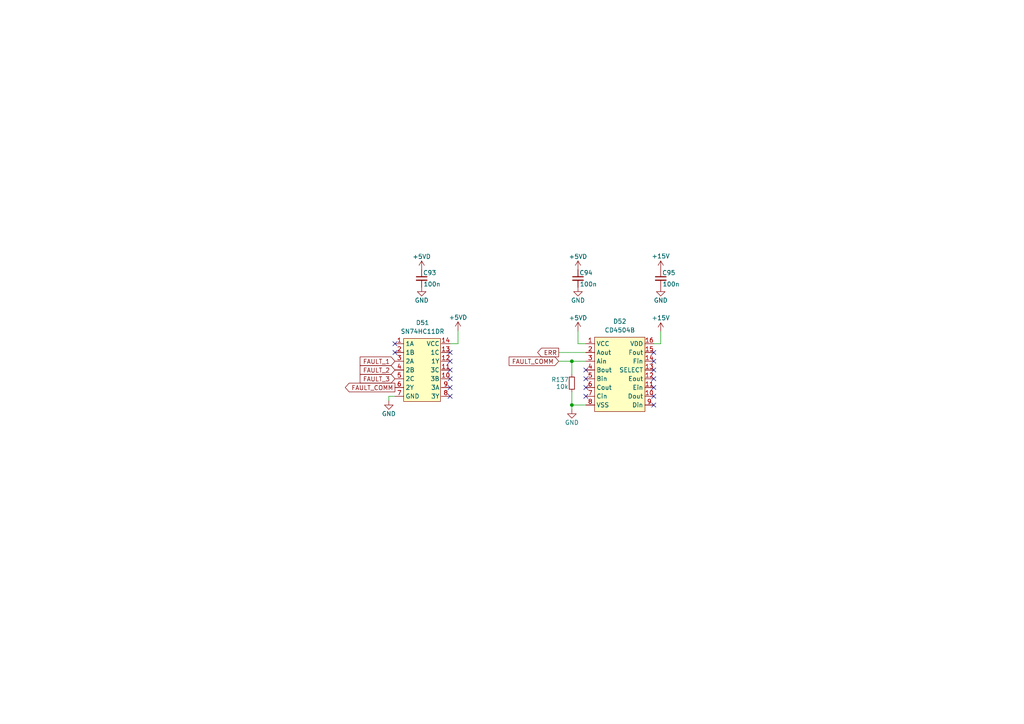
<source format=kicad_sch>
(kicad_sch (version 20211123) (generator eeschema)
  (paper "A4")
  (lib_symbols
    (symbol "Device:C_Small" (pin_numbers hide) (pin_names (offset 0.254) hide)
      (property "Reference" "C" (at 0.254 1.778 0))
      (property "Value" "C_Small" (at 0.254 -2.032 0))
      (symbol "C_Small_0_1"
        (polyline (pts (xy -1.524 -0.508) (xy 1.524 -0.508)) (stroke (width 0.3302)))
        (polyline (pts (xy -1.524 0.508) (xy 1.524 0.508)) (stroke (width 0.3048)))
      )
      (symbol "C_Small_1_1"
        (pin passive line (at 0 2.54 270) (length 2.032) (name "~") (number "1"))
        (pin passive line (at 0 -2.54 90) (length 2.032) (name "~") (number "2"))
      )
    )
    (symbol "Device:R_Small" (pin_numbers hide) (pin_names (offset 0.254) hide)
      (property "Reference" "R" (at 0.762 0.508 0))
      (property "Value" "R_Small" (at 0.762 -1.016 0))
      (symbol "R_Small_0_1"
        (rectangle (start -0.762 1.778) (end 0.762 -1.778) (stroke (width 0.2032)))
      )
      (symbol "R_Small_1_1"
        (pin passive line (at 0 2.54 270) (length 0.762) (name "~") (number "1"))
        (pin passive line (at 0 -2.54 90) (length 0.762) (name "~") (number "2"))
      )
    )
    (symbol "Level_Transformer:CD4504B"
      (property "Reference" "D" (at 0 0 0))
      (property "Value" "CD4504B" (at 0 -1.905 0))
      (symbol "CD4504B_0_1"
        (rectangle (start -6.985 -3.81) (end 7.62 -25.4) (fill (type background)))
      )
      (symbol "CD4504B_1_1"
        (pin input line (at -9.525 -5.715 0) (length 2.54) (name "VCC") (number "1"))
        (pin input line (at 10.16 -20.955 180) (length 2.54) (name "Dout") (number "10"))
        (pin input line (at 10.16 -18.415 180) (length 2.54) (name "Ein") (number "11"))
        (pin input line (at 10.16 -15.875 180) (length 2.54) (name "Eout") (number "12"))
        (pin input line (at 10.16 -13.335 180) (length 2.54) (name "SELECT") (number "13"))
        (pin input line (at 10.16 -10.795 180) (length 2.54) (name "Fin") (number "14"))
        (pin input line (at 10.16 -8.255 180) (length 2.54) (name "Fout") (number "15"))
        (pin input line (at 10.16 -5.715 180) (length 2.54) (name "VDD") (number "16"))
        (pin input line (at -9.525 -8.255 0) (length 2.54) (name "Aout") (number "2"))
        (pin input line (at -9.525 -10.795 0) (length 2.54) (name "Ain") (number "3"))
        (pin input line (at -9.525 -13.335 0) (length 2.54) (name "Bout") (number "4"))
        (pin input line (at -9.525 -15.875 0) (length 2.54) (name "Bin") (number "5"))
        (pin input line (at -9.525 -18.415 0) (length 2.54) (name "Cout") (number "6"))
        (pin input line (at -9.525 -20.955 0) (length 2.54) (name "Cin") (number "7"))
        (pin input line (at -9.525 -23.495 0) (length 2.54) (name "VSS") (number "8"))
        (pin input line (at 10.16 -23.495 180) (length 2.54) (name "Din") (number "9"))
      )
    )
    (symbol "Logic_My:SN74HC11DR"
      (property "Reference" "D" (at 0 0 0))
      (property "Value" "SN74HC11DR" (at 0 -2.286 0))
      (symbol "SN74HC11DR_0_1"
        (rectangle (start -5.334 -3.81) (end 5.334 -22.098) (fill (type background)))
      )
      (symbol "SN74HC11DR_1_1"
        (pin input line (at -7.874 -5.334 0) (length 2.54) (name "1A") (number "1"))
        (pin input line (at 8.128 -15.494 180) (length 2.54) (name "3B") (number "10"))
        (pin input line (at 8.128 -12.954 180) (length 2.54) (name "3C") (number "11"))
        (pin input line (at 8.128 -10.414 180) (length 2.54) (name "1Y") (number "12"))
        (pin input line (at 8.128 -7.874 180) (length 2.54) (name "1C") (number "13"))
        (pin input line (at 8.128 -5.334 180) (length 2.54) (name "VCC") (number "14"))
        (pin input line (at -7.874 -7.874 0) (length 2.54) (name "1B") (number "2"))
        (pin input line (at -7.874 -10.414 0) (length 2.54) (name "2A") (number "3"))
        (pin input line (at -7.874 -12.954 0) (length 2.54) (name "2B") (number "4"))
        (pin input line (at -7.874 -15.494 0) (length 2.54) (name "2C") (number "5"))
        (pin input line (at -7.874 -18.034 0) (length 2.54) (name "2Y") (number "6"))
        (pin input line (at -7.874 -20.574 0) (length 2.54) (name "GND") (number "7"))
        (pin input line (at 8.128 -20.574 180) (length 2.54) (name "3Y") (number "8"))
        (pin input line (at 8.128 -18.034 180) (length 2.54) (name "3A") (number "9"))
      )
    )
    (symbol "power:+15V" (power) (pin_names (offset 0))
      (property "Value" "+15V" (at 0 3.556 0))
      (symbol "+15V_0_1"
        (polyline (pts (xy -0.762 1.27) (xy 0 2.54)))
        (polyline (pts (xy 0 0) (xy 0 2.54)))
        (polyline (pts (xy 0 2.54) (xy 0.762 1.27)))
      )
      (symbol "+15V_1_1"
        (pin power_in line (at 0 0 90) (length 0) hide (name "+15V") (number "1"))
      )
    )
    (symbol "power:+5VD" (power) (pin_names (offset 0))
      (property "Value" "+5VD" (at 0 3.556 0))
      (symbol "+5VD_0_1"
        (polyline (pts (xy -0.762 1.27) (xy 0 2.54)))
        (polyline (pts (xy 0 0) (xy 0 2.54)))
        (polyline (pts (xy 0 2.54) (xy 0.762 1.27)))
      )
      (symbol "+5VD_1_1"
        (pin power_in line (at 0 0 90) (length 0) hide (name "+5VD") (number "1"))
      )
    )
    (symbol "power:GND" (power) (pin_names (offset 0))
      (property "Value" "GND" (at 0 -3.81 0))
      (symbol "GND_0_1"
        (polyline (pts (xy 0 0) (xy 0 -1.27) (xy 1.27 -1.27) (xy 0 -2.54) (xy -1.27 -1.27) (xy 0 -1.27)))
      )
      (symbol "GND_1_1"
        (pin power_in line (at 0 0 270) (length 0) hide (name "GND") (number "1"))
      )
    )
  )
  (junction (at 165.862 117.475))
  (junction (at 165.862 104.775))
  (no_connect (at 130.556 109.855))
  (no_connect (at 130.556 114.935))
  (no_connect (at 130.556 112.395))
  (no_connect (at 130.556 102.235))
  (no_connect (at 130.556 104.775))
  (no_connect (at 114.554 102.235))
  (no_connect (at 114.554 99.695))
  (no_connect (at 130.556 107.315))
  (no_connect (at 189.611 117.475))
  (no_connect (at 189.611 109.855))
  (no_connect (at 189.611 112.395))
  (no_connect (at 189.611 114.935))
  (no_connect (at 189.611 102.235))
  (no_connect (at 189.611 107.315))
  (no_connect (at 189.611 104.775))
  (no_connect (at 169.926 107.315))
  (no_connect (at 169.926 112.395))
  (no_connect (at 169.926 114.935))
  (no_connect (at 169.926 109.855))
  (wire (pts (xy 165.862 113.665) (xy 165.862 117.475)))
  (wire (pts (xy 167.64 96.012) (xy 167.64 99.695)))
  (wire (pts (xy 191.643 99.695) (xy 189.611 99.695)))
  (wire (pts (xy 132.842 99.695) (xy 132.842 95.885)))
  (wire (pts (xy 162.052 104.775) (xy 165.862 104.775)))
  (wire (pts (xy 130.556 99.695) (xy 132.842 99.695)))
  (wire (pts (xy 165.862 104.775) (xy 169.926 104.775)))
  (wire (pts (xy 165.862 117.475) (xy 165.862 118.745)))
  (wire (pts (xy 167.64 99.695) (xy 169.926 99.695)))
  (wire (pts (xy 165.862 104.775) (xy 165.862 108.585)))
  (wire (pts (xy 169.926 117.475) (xy 165.862 117.475)))
  (wire (pts (xy 191.643 96.139) (xy 191.643 99.695)))
  (wire (pts (xy 162.052 102.235) (xy 169.926 102.235)))
  (wire (pts (xy 112.776 114.935) (xy 114.554 114.935)))
  (wire (pts (xy 112.776 114.935) (xy 112.776 116.205)))
  (global_label "ERR" (shape output) (at 162.052 102.235 180) (property "Intersheet References" "${INTERSHEET_REFS}" (effects hide)))
  (global_label "FAULT_3" (shape input) (at 114.554 109.855 180) (property "Intersheet References" "${INTERSHEET_REFS}" (effects hide)))
  (global_label "FAULT_2" (shape input) (at 114.554 107.315 180) (property "Intersheet References" "${INTERSHEET_REFS}" (effects hide)))
  (global_label "FAULT_1" (shape input) (at 114.554 104.775 180) (property "Intersheet References" "${INTERSHEET_REFS}" (effects hide)))
  (global_label "FAULT_COMM" (shape input) (at 162.052 104.775 180) (property "Intersheet References" "${INTERSHEET_REFS}" (effects hide)))
  (global_label "FAULT_COMM" (shape output) (at 114.554 112.395 180) (property "Intersheet References" "${INTERSHEET_REFS}" (effects hide)))
  (symbol (lib_id "Device:C_Small") (at 191.643 80.772 0) (unit 1)
    (property "Reference" "C95" (at 192.024 79.121 0) (effects (justify left)))
    (property "Value" "100n" (at 192.151 82.423 0) (effects (justify left)))
    (property "Footprint" "Capacitor_SMD:C_0805_2012Metric_Pad1.18x1.45mm_HandSolder" (effects hide))
  )
  (symbol (lib_id "power:+15V") (at 191.643 78.232 0) (unit 1)
    (property "Reference" "#PWR030" (effects hide))
    (property "Value" "+15V" (at 191.643 74.295 0))
  )
  (symbol (lib_id "power:+15V") (at 191.643 96.139 0) (unit 1)
    (property "Reference" "#PWR034" (effects hide))
    (property "Value" "+15V" (at 191.643 92.202 0))
  )
  (symbol (lib_id "power:GND") (at 167.64 83.312 0) (unit 1)
    (property "Reference" "#PWR026" (effects hide))
    (property "Value" "GND" (at 167.64 87.122 0))
  )
  (symbol (lib_id "power:GND") (at 165.862 118.745 0) (unit 1)
    (property "Reference" "#PWR021" (effects hide))
    (property "Value" "GND" (at 165.862 122.555 0))
  )
  (symbol (lib_id "power:GND") (at 122.301 83.312 0) (unit 1)
    (property "Reference" "#PWR019" (effects hide))
    (property "Value" "GND" (at 122.301 87.122 0))
  )
  (symbol (lib_id "power:+5VD") (at 122.301 78.232 0) (unit 1)
    (property "Reference" "#PWR014" (effects hide))
    (property "Value" "+5VD" (at 122.301 74.422 0))
  )
  (symbol (lib_id "Device:R_Small") (at 165.862 111.125 180) (unit 1)
    (property "Reference" "R137" (at 162.433 110.109 0))
    (property "Value" "10k" (at 163.068 112.141 0))
    (property "Footprint" "Resistor_SMD:R_0805_2012Metric_Pad1.20x1.40mm_HandSolder" (effects hide))
  )
  (symbol (lib_id "power:+5VD") (at 132.842 95.885 0) (unit 1)
    (property "Reference" "#PWR020" (effects hide))
    (property "Value" "+5VD" (at 132.842 92.075 0))
  )
  (symbol (lib_id "Level_Transformer:CD4504B") (at 179.451 93.98 0) (unit 1)
    (property "Reference" "D52" (at 179.7685 93.218 0))
    (property "Value" "CD4504B" (at 179.7685 95.758 0))
    (property "Footprint" "Package_SO:SOP-16_3.9x9.9mm_P1.27mm" (effects hide))
  )
  (symbol (lib_id "Device:C_Small") (at 167.64 80.772 0) (unit 1)
    (property "Reference" "C94" (at 168.021 79.121 0) (effects (justify left)))
    (property "Value" "100n" (at 168.148 82.423 0) (effects (justify left)))
    (property "Footprint" "Capacitor_SMD:C_0805_2012Metric_Pad1.18x1.45mm_HandSolder" (effects hide))
  )
  (symbol (lib_id "power:+5VD") (at 167.64 78.232 0) (unit 1)
    (property "Reference" "#PWR022" (effects hide))
    (property "Value" "+5VD" (at 167.64 74.422 0))
  )
  (symbol (lib_id "power:GND") (at 112.776 116.205 0) (unit 1)
    (property "Reference" "#PWR013" (effects hide))
    (property "Value" "GND" (at 112.776 120.015 0))
  )
  (symbol (lib_id "Logic_My:SN74HC11DR") (at 122.428 94.361 0) (unit 1)
    (property "Reference" "D51" (at 122.555 93.599 0))
    (property "Value" "SN74HC11DR" (at 122.555 96.139 0))
    (property "Footprint" "Package_SO:SOIC-14_3.9x8.7mm_P1.27mm" (effects hide))
  )
  (symbol (lib_id "power:+5VD") (at 167.64 96.012 0) (unit 1)
    (property "Reference" "#PWR028" (effects hide))
    (property "Value" "+5VD" (at 167.64 92.202 0))
  )
  (symbol (lib_id "Device:C_Small") (at 122.301 80.772 0) (unit 1)
    (property "Reference" "C93" (at 122.682 79.121 0) (effects (justify left)))
    (property "Value" "100n" (at 122.809 82.423 0) (effects (justify left)))
    (property "Footprint" "Capacitor_SMD:C_0805_2012Metric_Pad1.18x1.45mm_HandSolder" (effects hide))
  )
  (symbol (lib_id "power:GND") (at 191.643 83.312 0) (unit 1)
    (property "Reference" "#PWR032" (effects hide))
    (property "Value" "GND" (at 191.643 87.122 0))
  )
)
</source>
